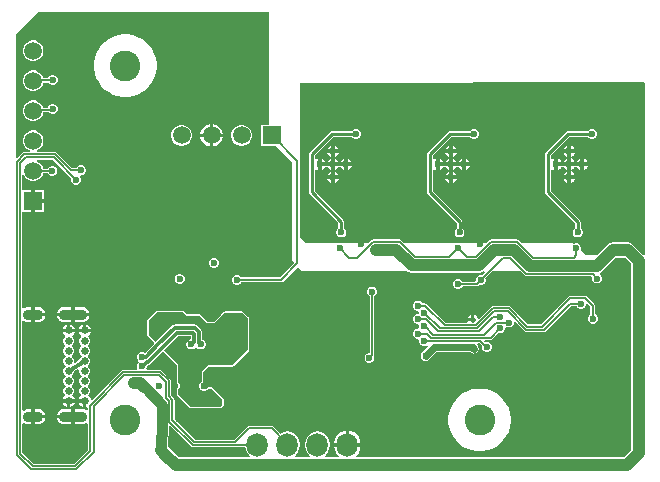
<source format=gbl>
G04*
G04 #@! TF.GenerationSoftware,Altium Limited,Altium Designer,23.7.1 (13)*
G04*
G04 Layer_Physical_Order=2*
G04 Layer_Color=16711680*
%FSLAX25Y25*%
%MOIN*%
G70*
G04*
G04 #@! TF.SameCoordinates,B06C9E69-D03D-43D7-B58E-4E52A57A25FB*
G04*
G04*
G04 #@! TF.FilePolarity,Positive*
G04*
G01*
G75*
%ADD10C,0.00984*%
%ADD12C,0.02362*%
%ADD13C,0.00787*%
%ADD17C,0.01181*%
%ADD83C,0.00512*%
%ADD86C,0.00591*%
%ADD88C,0.03937*%
%ADD90C,0.03543*%
%ADD95R,0.05906X0.05906*%
%ADD96C,0.05906*%
%ADD97C,0.02559*%
%ADD98O,0.06693X0.03543*%
%ADD99O,0.09449X0.03543*%
%ADD100O,0.07087X0.07874*%
%ADD101R,0.05906X0.05906*%
%ADD102C,0.01968*%
%ADD103C,0.10236*%
%ADD104C,0.02362*%
G36*
X47835Y98307D02*
X45315D01*
Y91457D01*
X50079D01*
X55512Y86024D01*
Y53248D01*
X56364Y52396D01*
X51603Y47635D01*
X38727D01*
X38705Y47689D01*
X38240Y48154D01*
X37632Y48406D01*
X36974D01*
X36367Y48154D01*
X35901Y47689D01*
X35650Y47081D01*
Y46423D01*
X35901Y45815D01*
X36367Y45350D01*
X36974Y45098D01*
X37632D01*
X38240Y45350D01*
X38705Y45815D01*
X38727Y45869D01*
X51968D01*
X52306Y45936D01*
X52593Y46128D01*
X57613Y51147D01*
X58957Y49803D01*
X93730D01*
X94520Y49275D01*
X95473Y49086D01*
X117950D01*
X118903Y49275D01*
X119429Y49627D01*
X119614Y49580D01*
X119766Y49025D01*
X118985Y48244D01*
X118833Y48307D01*
X118175D01*
X117567Y48055D01*
X117102Y47590D01*
X116850Y46982D01*
Y46325D01*
X116395Y46117D01*
X112407D01*
X112327Y46311D01*
X111862Y46776D01*
X111254Y47028D01*
X110596D01*
X109989Y46776D01*
X109523Y46311D01*
X109272Y45703D01*
Y45045D01*
X109523Y44437D01*
X109989Y43972D01*
X110596Y43720D01*
X111254D01*
X111862Y43972D01*
X112327Y44437D01*
X112407Y44631D01*
X117224D01*
X117509Y44688D01*
X117750Y44849D01*
X117981Y45080D01*
X118175Y45000D01*
X118833D01*
X119441Y45252D01*
X119906Y45717D01*
X120158Y46325D01*
Y46982D01*
X120060Y47218D01*
X122645Y49803D01*
X131455D01*
X133102Y48156D01*
X133343Y47995D01*
X133627Y47938D01*
X155327D01*
X155651Y47526D01*
X155630Y47475D01*
Y46817D01*
X155882Y46209D01*
X156347Y45744D01*
X156955Y45492D01*
X157612D01*
X158220Y45744D01*
X158685Y46209D01*
X158937Y46817D01*
Y47475D01*
X158685Y48082D01*
X158220Y48548D01*
X158138Y48581D01*
X158105Y48845D01*
X158140Y49122D01*
X158883Y49618D01*
X163103Y53839D01*
X166756D01*
X168692Y51902D01*
Y-9973D01*
X166272Y-12393D01*
X77084D01*
X76923Y-11920D01*
X77144Y-11750D01*
X77838Y-10846D01*
X78274Y-9792D01*
X78397Y-8858D01*
X74055D01*
X69713D01*
X69836Y-9792D01*
X70272Y-10846D01*
X70966Y-11750D01*
X71187Y-11920D01*
X71027Y-12393D01*
X66610D01*
X66440Y-11893D01*
X66919Y-11525D01*
X67563Y-10687D01*
X67967Y-9710D01*
X68106Y-8661D01*
Y-7874D01*
X67967Y-6826D01*
X67563Y-5849D01*
X66919Y-5010D01*
X66080Y-4366D01*
X65103Y-3962D01*
X64055Y-3824D01*
X63007Y-3962D01*
X62030Y-4366D01*
X61191Y-5010D01*
X60547Y-5849D01*
X60143Y-6826D01*
X60005Y-7874D01*
Y-8661D01*
X60143Y-9710D01*
X60547Y-10687D01*
X61191Y-11525D01*
X61670Y-11893D01*
X61500Y-12393D01*
X56610D01*
X56440Y-11893D01*
X56919Y-11525D01*
X57563Y-10687D01*
X57968Y-9710D01*
X58105Y-8661D01*
Y-7874D01*
X57968Y-6826D01*
X57563Y-5849D01*
X56919Y-5010D01*
X56080Y-4366D01*
X55103Y-3962D01*
X54055Y-3824D01*
X53007Y-3962D01*
X52030Y-4366D01*
X51785Y-4554D01*
X49462Y-2231D01*
X49221Y-2070D01*
X48937Y-2013D01*
X41240D01*
X40956Y-2070D01*
X40715Y-2231D01*
X36405Y-6541D01*
X23156D01*
X16432Y184D01*
Y6643D01*
X16375Y6927D01*
X16214Y7168D01*
X15230Y8152D01*
Y13171D01*
X15173Y13455D01*
X15012Y13696D01*
X12238Y16470D01*
X11997Y16631D01*
X11713Y16688D01*
X7132D01*
X6928Y17188D01*
X7144Y17708D01*
Y17838D01*
X7603Y18298D01*
X7974Y18372D01*
X8326Y18606D01*
X12304Y22584D01*
X12658Y22938D01*
X17205Y18391D01*
Y12476D01*
X17355Y12115D01*
X17405Y12064D01*
X17579Y11644D01*
Y11190D01*
X17405Y10770D01*
X17355Y10720D01*
X17205Y10358D01*
Y8760D01*
X17355Y8398D01*
X21686Y4067D01*
X22047Y3918D01*
X31693D01*
X32054Y4067D01*
X32645Y4658D01*
X32795Y5020D01*
Y6890D01*
X32645Y7251D01*
X29200Y10696D01*
X28839Y10846D01*
X27535D01*
X27174Y10696D01*
X26926Y10449D01*
X26507Y10275D01*
X26052D01*
X25633Y10449D01*
X25311Y10770D01*
X25137Y11190D01*
Y11644D01*
X25311Y12064D01*
X25633Y12386D01*
X25688Y12409D01*
X25760Y12480D01*
X25854Y12519D01*
X25893Y12613D01*
X25965Y12685D01*
Y12787D01*
X26004Y12881D01*
Y15930D01*
X27771Y17697D01*
X35728D01*
X36090Y17847D01*
X41208Y22965D01*
X41358Y23327D01*
Y33858D01*
X41208Y34220D01*
X41040Y34290D01*
X39239Y36090D01*
X38878Y36240D01*
X33169D01*
X32808Y36090D01*
X32302Y35584D01*
X32233Y35555D01*
X31767Y35090D01*
X31739Y35021D01*
X29513Y32795D01*
X27574D01*
X25362Y35007D01*
X25000Y35157D01*
X20586D01*
X19456Y36287D01*
X19094Y36437D01*
X10630D01*
X10268Y36287D01*
X7848Y33867D01*
X7512Y33728D01*
X7363Y33366D01*
Y28445D01*
X7512Y28083D01*
X9519Y26077D01*
X9519Y25370D01*
X6448Y22299D01*
X6427Y22320D01*
X5819Y22572D01*
X5161D01*
X4553Y22320D01*
X4088Y21855D01*
X3837Y21247D01*
Y20590D01*
X4088Y19982D01*
X4266Y19805D01*
X4523Y19478D01*
X4266Y19151D01*
X4088Y18974D01*
X3837Y18366D01*
Y17708D01*
X4052Y17188D01*
X3848Y16688D01*
X-703D01*
X-987Y16631D01*
X-1228Y16470D01*
X-11014Y6684D01*
X-11512Y6894D01*
X-11791Y7569D01*
X-12190Y7967D01*
X-12372Y8150D01*
X-12193Y8617D01*
X-12058Y8752D01*
X-11791Y9396D01*
Y10093D01*
X-12058Y10736D01*
X-12434Y11112D01*
X-12506Y11417D01*
X-12434Y11722D01*
X-12058Y12098D01*
X-11791Y12742D01*
Y13439D01*
X-12058Y14083D01*
X-12434Y14459D01*
X-12506Y14764D01*
X-12434Y15069D01*
X-12058Y15445D01*
X-11791Y16089D01*
Y16785D01*
X-12058Y17429D01*
X-12434Y17805D01*
X-12506Y18110D01*
X-12434Y18415D01*
X-12058Y18791D01*
X-11791Y19435D01*
Y20132D01*
X-12058Y20776D01*
X-12434Y21152D01*
X-12506Y21457D01*
X-12434Y21761D01*
X-12058Y22138D01*
X-11791Y22781D01*
Y23478D01*
X-12058Y24122D01*
X-12434Y24498D01*
X-12506Y24803D01*
X-12434Y25108D01*
X-12058Y25484D01*
X-11791Y26128D01*
Y26825D01*
X-12058Y27469D01*
X-12193Y27604D01*
X-12372Y28071D01*
X-12190Y28253D01*
X-11791Y28652D01*
X-11551Y29232D01*
X-13543D01*
X-15536D01*
X-15296Y28652D01*
X-14897Y28253D01*
X-14714Y28071D01*
X-14894Y27604D01*
X-15029Y27469D01*
X-15295Y26825D01*
Y26128D01*
X-15029Y25484D01*
X-14653Y25108D01*
X-14580Y24803D01*
X-14653Y24498D01*
X-15029Y24122D01*
X-15295Y23478D01*
Y22781D01*
X-15029Y22138D01*
X-14653Y21761D01*
X-14580Y21457D01*
X-14653Y21152D01*
X-15029Y20776D01*
X-15295Y20132D01*
Y19961D01*
X-16718Y19065D01*
X-17119Y19403D01*
X-17106Y19435D01*
Y20132D01*
X-17373Y20776D01*
X-17749Y21152D01*
X-17821Y21457D01*
X-17749Y21761D01*
X-17373Y22138D01*
X-17106Y22781D01*
Y23478D01*
X-17373Y24122D01*
X-17749Y24498D01*
X-17821Y24803D01*
X-17749Y25108D01*
X-17373Y25484D01*
X-17106Y26128D01*
Y26825D01*
X-17373Y27469D01*
X-17508Y27604D01*
X-17687Y28071D01*
X-17504Y28253D01*
X-17106Y28652D01*
X-16866Y29232D01*
X-18858D01*
X-20851D01*
X-20610Y28652D01*
X-20212Y28253D01*
X-20029Y28071D01*
X-20209Y27604D01*
X-20344Y27469D01*
X-20610Y26825D01*
Y26128D01*
X-20344Y25484D01*
X-19967Y25108D01*
X-19895Y24803D01*
X-19967Y24498D01*
X-20344Y24122D01*
X-20610Y23478D01*
Y22781D01*
X-20344Y22138D01*
X-19967Y21761D01*
X-19895Y21457D01*
X-19967Y21152D01*
X-20344Y20776D01*
X-20610Y20132D01*
Y19435D01*
X-20344Y18791D01*
X-19967Y18415D01*
X-19895Y18110D01*
X-19967Y17805D01*
X-20344Y17429D01*
X-20610Y16785D01*
Y16089D01*
X-20344Y15445D01*
X-19967Y15069D01*
X-19895Y14764D01*
X-19967Y14459D01*
X-20344Y14083D01*
X-20610Y13439D01*
Y12742D01*
X-20344Y12098D01*
X-19967Y11722D01*
X-19895Y11417D01*
X-19967Y11112D01*
X-20344Y10736D01*
X-20610Y10093D01*
Y9396D01*
X-20344Y8752D01*
X-20209Y8617D01*
X-20029Y8150D01*
X-20212Y7967D01*
X-20610Y7568D01*
X-20851Y6988D01*
X-18858D01*
X-16866D01*
X-17106Y7568D01*
X-17504Y7967D01*
X-17687Y8150D01*
X-17508Y8617D01*
X-17373Y8752D01*
X-17106Y9396D01*
Y10093D01*
X-17373Y10736D01*
X-17749Y11112D01*
X-17821Y11417D01*
X-17749Y11722D01*
X-17373Y12098D01*
X-17106Y12742D01*
Y13439D01*
X-17373Y14083D01*
X-17749Y14459D01*
X-17821Y14764D01*
X-17749Y15069D01*
X-17373Y15445D01*
X-17106Y16089D01*
Y16259D01*
X-15683Y17155D01*
X-15282Y16817D01*
X-15295Y16785D01*
Y16089D01*
X-15029Y15445D01*
X-14653Y15069D01*
X-14580Y14764D01*
X-14653Y14459D01*
X-15029Y14083D01*
X-15295Y13439D01*
Y12742D01*
X-15029Y12098D01*
X-14653Y11722D01*
X-14580Y11417D01*
X-14653Y11112D01*
X-15029Y10736D01*
X-15295Y10093D01*
Y9396D01*
X-15029Y8752D01*
X-14894Y8617D01*
X-14714Y8150D01*
X-14897Y7967D01*
X-15296Y7569D01*
X-15536Y6988D01*
X-13543D01*
Y6398D01*
X-12953D01*
Y4402D01*
X-12455Y4070D01*
Y3409D01*
X-12955Y3162D01*
X-13158Y3318D01*
X-13781Y3576D01*
X-14449Y3664D01*
X-16811D01*
Y1083D01*
Y-1498D01*
X-14449D01*
X-13781Y-1410D01*
X-13158Y-1153D01*
X-12955Y-997D01*
X-12455Y-1243D01*
Y-9929D01*
X-17177Y-14650D01*
X-30559D01*
X-34336Y-10874D01*
Y-1199D01*
X-33836Y-952D01*
X-33574Y-1153D01*
X-32952Y-1410D01*
X-32283Y-1498D01*
X-31299D01*
Y1083D01*
Y3664D01*
X-32283D01*
X-32952Y3576D01*
X-33574Y3318D01*
X-33836Y3117D01*
X-34336Y3364D01*
Y32857D01*
X-33836Y33103D01*
X-33574Y32903D01*
X-32952Y32645D01*
X-32283Y32557D01*
X-31299D01*
Y35138D01*
Y37719D01*
X-32283D01*
X-32952Y37631D01*
X-33574Y37373D01*
X-33836Y37172D01*
X-34336Y37419D01*
Y69331D01*
X-31299D01*
Y73071D01*
Y76811D01*
X-34336D01*
Y81514D01*
X-33836Y81636D01*
X-33450Y80968D01*
X-32812Y80330D01*
X-32031Y79879D01*
X-31160Y79646D01*
X-30258D01*
X-29387Y79879D01*
X-28605Y80330D01*
X-27968Y80968D01*
X-27517Y81749D01*
X-27362Y82328D01*
X-25793D01*
X-25713Y82134D01*
X-25248Y81669D01*
X-24640Y81417D01*
X-23982D01*
X-23374Y81669D01*
X-22909Y82134D01*
X-22658Y82742D01*
Y83400D01*
X-22909Y84008D01*
X-23374Y84473D01*
X-23982Y84724D01*
X-24640D01*
X-25248Y84473D01*
X-25713Y84008D01*
X-25793Y83814D01*
X-27362D01*
X-27517Y84393D01*
X-27968Y85174D01*
X-28605Y85812D01*
X-29387Y86263D01*
X-29512Y86296D01*
X-29446Y86796D01*
X-24165D01*
X-18010Y80641D01*
X-18090Y80447D01*
Y79789D01*
X-17839Y79181D01*
X-17374Y78716D01*
X-16766Y78465D01*
X-16108D01*
X-15500Y78716D01*
X-15035Y79181D01*
X-14784Y79789D01*
Y80447D01*
X-15019Y81016D01*
X-14947Y81219D01*
X-14789Y81516D01*
X-14435D01*
X-13827Y81767D01*
X-13362Y82233D01*
X-13110Y82840D01*
Y83498D01*
X-13362Y84106D01*
X-13827Y84571D01*
X-14435Y84823D01*
X-15093D01*
X-15700Y84571D01*
X-16166Y84106D01*
X-16246Y83912D01*
X-17704D01*
X-22900Y89108D01*
X-23141Y89269D01*
X-23425Y89325D01*
X-29522D01*
X-29587Y89825D01*
X-29387Y89879D01*
X-28605Y90330D01*
X-27968Y90968D01*
X-27517Y91749D01*
X-27283Y92620D01*
Y93522D01*
X-27517Y94393D01*
X-27968Y95174D01*
X-28605Y95812D01*
X-29387Y96263D01*
X-30258Y96496D01*
X-31160D01*
X-32031Y96263D01*
X-32812Y95812D01*
X-33450Y95174D01*
X-33900Y94393D01*
X-34134Y93522D01*
Y92620D01*
X-33900Y91749D01*
X-33450Y90968D01*
X-32812Y90330D01*
X-32031Y89879D01*
X-31830Y89825D01*
X-31896Y89325D01*
X-33661D01*
X-33946Y89269D01*
X-34187Y89108D01*
X-36057Y87238D01*
X-36518Y87429D01*
Y128768D01*
X-29162Y136125D01*
X47835D01*
Y98307D01*
D02*
G37*
G36*
X173133Y112243D02*
X173133Y55119D01*
X173130Y55118D01*
X172516D01*
X169181Y58453D01*
X168374Y58992D01*
X167421Y59182D01*
X162438D01*
X161486Y58992D01*
X160678Y58453D01*
X157344Y55118D01*
X153248D01*
X151816Y56550D01*
X151941Y56852D01*
Y57510D01*
X151689Y58118D01*
X151224Y58583D01*
X150616Y58835D01*
X149959D01*
X149656Y58710D01*
X149315Y59051D01*
X132047D01*
X131116Y59983D01*
X130862Y60152D01*
X130562Y60212D01*
X121935D01*
X121635Y60152D01*
X121381Y59983D01*
X121381Y59983D01*
X120450Y59051D01*
X92973D01*
X92041Y59983D01*
X91787Y60152D01*
X91488Y60212D01*
X82565D01*
X82265Y60152D01*
X82011Y59983D01*
X81080Y59051D01*
X60228D01*
X58265Y61014D01*
Y86240D01*
X58260Y86266D01*
Y112299D01*
X172779Y112596D01*
X173133Y112243D01*
D02*
G37*
G36*
X20374Y34646D02*
X25000D01*
X27362Y32283D01*
X29724D01*
X33169Y35728D01*
X38878D01*
X40748Y33858D01*
X40846D01*
Y23327D01*
X35728Y18209D01*
X27559D01*
X25492Y16142D01*
Y12881D01*
X25343Y12819D01*
X24878Y12354D01*
X24626Y11746D01*
Y11088D01*
X24878Y10481D01*
X25343Y10016D01*
X25951Y9764D01*
X26608D01*
X27216Y10016D01*
X27535Y10335D01*
X28839D01*
X32283Y6890D01*
Y5020D01*
X31693Y4429D01*
X22047D01*
X17717Y8760D01*
Y10358D01*
X17839Y10481D01*
X18090Y11088D01*
Y11746D01*
X17839Y12354D01*
X17717Y12476D01*
Y18602D01*
X13019Y23300D01*
X13393Y23674D01*
X13393Y23674D01*
X13393Y23674D01*
X17671Y27952D01*
X21751D01*
Y26850D01*
X21718D01*
X21111Y26599D01*
X20645Y26133D01*
X20394Y25526D01*
Y24868D01*
X20645Y24260D01*
X21111Y23795D01*
X21718Y23543D01*
X22376D01*
X22984Y23795D01*
X23311Y24122D01*
X23622Y24211D01*
X23933Y24122D01*
X24260Y23795D01*
X24868Y23543D01*
X25526D01*
X26133Y23795D01*
X26599Y24260D01*
X26850Y24868D01*
Y25526D01*
X26599Y26133D01*
X26133Y26599D01*
X25690Y26782D01*
Y29376D01*
X25608Y29790D01*
X25373Y30142D01*
X23941Y31574D01*
X23589Y31808D01*
X23175Y31891D01*
X16488D01*
X16074Y31808D01*
X15722Y31574D01*
X15722Y31573D01*
X10234Y26085D01*
X7874Y28445D01*
Y33366D01*
X8071D01*
X10630Y35925D01*
X19094D01*
X20374Y34646D01*
D02*
G37*
G36*
X21916Y-8793D02*
X22157Y-8954D01*
X22441Y-9010D01*
X40051D01*
X40143Y-9710D01*
X40547Y-10687D01*
X41191Y-11525D01*
X41670Y-11893D01*
X41500Y-12393D01*
X17783D01*
X14198Y-8808D01*
Y-6112D01*
X14319Y-5931D01*
X14493Y-5055D01*
X14493Y-5055D01*
Y-2023D01*
X14955Y-1832D01*
X21916Y-8793D01*
D02*
G37*
%LPC*%
G36*
X-30258Y126496D02*
X-31160D01*
X-32031Y126263D01*
X-32812Y125812D01*
X-33450Y125174D01*
X-33900Y124393D01*
X-34134Y123522D01*
Y122620D01*
X-33900Y121749D01*
X-33450Y120968D01*
X-32812Y120330D01*
X-32031Y119879D01*
X-31160Y119646D01*
X-30258D01*
X-29387Y119879D01*
X-28605Y120330D01*
X-27968Y120968D01*
X-27517Y121749D01*
X-27283Y122620D01*
Y123522D01*
X-27517Y124393D01*
X-27968Y125174D01*
X-28605Y125812D01*
X-29387Y126263D01*
X-30258Y126496D01*
D02*
G37*
G36*
Y116496D02*
X-31160D01*
X-32031Y116263D01*
X-32812Y115812D01*
X-33450Y115174D01*
X-33900Y114393D01*
X-34134Y113522D01*
Y112620D01*
X-33900Y111749D01*
X-33450Y110968D01*
X-32812Y110330D01*
X-32031Y109879D01*
X-31160Y109646D01*
X-30258D01*
X-29387Y109879D01*
X-28605Y110330D01*
X-27968Y110968D01*
X-27517Y111749D01*
X-27333Y112436D01*
X-25650D01*
X-25614Y112351D01*
X-25149Y111886D01*
X-24542Y111634D01*
X-23884D01*
X-23276Y111886D01*
X-22811Y112351D01*
X-22559Y112959D01*
Y113616D01*
X-22811Y114224D01*
X-23276Y114689D01*
X-23884Y114941D01*
X-24542D01*
X-25149Y114689D01*
X-25614Y114224D01*
X-25740Y113922D01*
X-27391D01*
X-27517Y114393D01*
X-27968Y115174D01*
X-28605Y115812D01*
X-29387Y116263D01*
X-30258Y116496D01*
D02*
G37*
G36*
X821Y128543D02*
X-821D01*
X-2443Y128286D01*
X-4005Y127779D01*
X-5468Y127033D01*
X-6797Y126068D01*
X-7958Y124907D01*
X-8923Y123578D01*
X-9669Y122115D01*
X-10176Y120553D01*
X-10433Y118931D01*
Y117289D01*
X-10176Y115667D01*
X-9669Y114105D01*
X-8923Y112642D01*
X-7958Y111314D01*
X-6797Y110152D01*
X-5468Y109187D01*
X-4005Y108441D01*
X-2443Y107934D01*
X-821Y107677D01*
X821D01*
X2443Y107934D01*
X4005Y108441D01*
X5468Y109187D01*
X6797Y110152D01*
X7958Y111314D01*
X8923Y112642D01*
X9669Y114105D01*
X10176Y115667D01*
X10433Y117289D01*
Y118931D01*
X10176Y120553D01*
X9669Y122115D01*
X8923Y123578D01*
X7958Y124907D01*
X6797Y126068D01*
X5468Y127033D01*
X4005Y127779D01*
X2443Y128286D01*
X821Y128543D01*
D02*
G37*
G36*
X-30258Y106496D02*
X-31160D01*
X-32031Y106263D01*
X-32812Y105812D01*
X-33450Y105174D01*
X-33900Y104393D01*
X-34134Y103522D01*
Y102620D01*
X-33900Y101749D01*
X-33450Y100968D01*
X-32812Y100330D01*
X-32031Y99879D01*
X-31160Y99646D01*
X-30258D01*
X-29387Y99879D01*
X-28605Y100330D01*
X-27968Y100968D01*
X-27517Y101749D01*
X-27285Y102614D01*
X-25523D01*
X-25149Y102240D01*
X-24542Y101988D01*
X-23884D01*
X-23276Y102240D01*
X-22811Y102705D01*
X-22559Y103313D01*
Y103971D01*
X-22811Y104578D01*
X-23276Y105043D01*
X-23884Y105295D01*
X-24542D01*
X-25149Y105043D01*
X-25614Y104578D01*
X-25813Y104099D01*
X-27438D01*
X-27517Y104393D01*
X-27968Y105174D01*
X-28605Y105812D01*
X-29387Y106263D01*
X-30258Y106496D01*
D02*
G37*
G36*
X29331Y98596D02*
Y95472D01*
X32454D01*
X32225Y96325D01*
X31733Y97178D01*
X31037Y97875D01*
X30184Y98367D01*
X29331Y98596D01*
D02*
G37*
G36*
X28150D02*
X27297Y98367D01*
X26444Y97875D01*
X25747Y97178D01*
X25255Y96325D01*
X25026Y95472D01*
X28150D01*
Y98596D01*
D02*
G37*
G36*
X39191Y98307D02*
X38289D01*
X37418Y98074D01*
X36637Y97623D01*
X35999Y96985D01*
X35548Y96204D01*
X35315Y95333D01*
Y94431D01*
X35548Y93560D01*
X35999Y92779D01*
X36637Y92141D01*
X37418Y91690D01*
X38289Y91457D01*
X39191D01*
X40062Y91690D01*
X40843Y92141D01*
X41481Y92779D01*
X41932Y93560D01*
X42165Y94431D01*
Y95333D01*
X41932Y96204D01*
X41481Y96985D01*
X40843Y97623D01*
X40062Y98074D01*
X39191Y98307D01*
D02*
G37*
G36*
X19191D02*
X18289D01*
X17418Y98074D01*
X16637Y97623D01*
X15999Y96985D01*
X15548Y96204D01*
X15315Y95333D01*
Y94431D01*
X15548Y93560D01*
X15999Y92779D01*
X16637Y92141D01*
X17418Y91690D01*
X18289Y91457D01*
X19191D01*
X20062Y91690D01*
X20843Y92141D01*
X21481Y92779D01*
X21932Y93560D01*
X22165Y94431D01*
Y95333D01*
X21932Y96204D01*
X21481Y96985D01*
X20843Y97623D01*
X20062Y98074D01*
X19191Y98307D01*
D02*
G37*
G36*
X32454Y94291D02*
X29331D01*
Y91168D01*
X30184Y91397D01*
X31037Y91889D01*
X31733Y92585D01*
X32225Y93438D01*
X32454Y94291D01*
D02*
G37*
G36*
X28150D02*
X25026D01*
X25255Y93438D01*
X25747Y92585D01*
X26444Y91889D01*
X27297Y91397D01*
X28150Y91168D01*
Y94291D01*
D02*
G37*
G36*
X-26969Y76811D02*
X-30118D01*
Y73661D01*
X-26969D01*
Y76811D01*
D02*
G37*
G36*
Y72480D02*
X-30118D01*
Y69331D01*
X-26969D01*
Y72480D01*
D02*
G37*
G36*
X29994Y53954D02*
X29336D01*
X28728Y53703D01*
X28263Y53237D01*
X28011Y52630D01*
Y51972D01*
X28263Y51364D01*
X28728Y50899D01*
X29336Y50647D01*
X29994D01*
X30601Y50899D01*
X31066Y51364D01*
X31318Y51972D01*
Y52630D01*
X31066Y53237D01*
X30601Y53703D01*
X29994Y53954D01*
D02*
G37*
G36*
X18459Y48701D02*
X17801D01*
X17193Y48449D01*
X16728Y47984D01*
X16476Y47376D01*
Y46718D01*
X16728Y46111D01*
X17193Y45645D01*
X17801Y45394D01*
X18459D01*
X19067Y45645D01*
X19532Y46111D01*
X19783Y46718D01*
Y47376D01*
X19532Y47984D01*
X19067Y48449D01*
X18459Y48701D01*
D02*
G37*
G36*
X-14449Y37719D02*
X-16811D01*
Y35728D01*
X-11945D01*
X-11956Y35806D01*
X-12213Y36428D01*
X-12624Y36963D01*
X-13158Y37373D01*
X-13781Y37631D01*
X-14449Y37719D01*
D02*
G37*
G36*
X-17992D02*
X-20354D01*
X-21022Y37631D01*
X-21645Y37373D01*
X-22179Y36963D01*
X-22590Y36428D01*
X-22848Y35806D01*
X-22858Y35728D01*
X-17992D01*
Y37719D01*
D02*
G37*
G36*
X-29134D02*
X-30118D01*
Y35728D01*
X-26630D01*
X-26641Y35806D01*
X-26899Y36428D01*
X-27309Y36963D01*
X-27843Y37373D01*
X-28466Y37631D01*
X-29134Y37719D01*
D02*
G37*
G36*
X115157Y35138D02*
X114744Y34966D01*
X114246Y34468D01*
X114075Y34055D01*
X115157D01*
Y35138D01*
D02*
G37*
G36*
X-11945Y34547D02*
X-16811D01*
Y32557D01*
X-14449D01*
X-13781Y32645D01*
X-13158Y32903D01*
X-12624Y33313D01*
X-12213Y33847D01*
X-11956Y34470D01*
X-11945Y34547D01*
D02*
G37*
G36*
X-17992D02*
X-22858D01*
X-22848Y34470D01*
X-22590Y33847D01*
X-22179Y33313D01*
X-21645Y32903D01*
X-21022Y32645D01*
X-20354Y32557D01*
X-17992D01*
Y34547D01*
D02*
G37*
G36*
X-26630D02*
X-30118D01*
Y32557D01*
X-29134D01*
X-28466Y32645D01*
X-27843Y32903D01*
X-27309Y33313D01*
X-26899Y33847D01*
X-26641Y34470D01*
X-26630Y34547D01*
D02*
G37*
G36*
X153248Y41392D02*
X148327D01*
X148043Y41336D01*
X147802Y41175D01*
X138472Y31845D01*
X134377D01*
X128354Y37868D01*
X128113Y38029D01*
X127829Y38085D01*
X122663D01*
X122379Y38029D01*
X122138Y37868D01*
X117982Y33711D01*
X117479Y33915D01*
X117250Y34468D01*
X116752Y34966D01*
X116339Y35138D01*
Y33465D01*
X115748D01*
Y32874D01*
X114075D01*
X114090Y32837D01*
X113756Y32337D01*
X106804D01*
X100525Y38616D01*
X100284Y38777D01*
X100000Y38833D01*
X99022D01*
X98941Y39027D01*
X98476Y39492D01*
X97868Y39744D01*
X97211D01*
X96603Y39492D01*
X96138Y39027D01*
X95886Y38419D01*
Y37762D01*
X96138Y37154D01*
X96603Y36689D01*
X97211Y36437D01*
X97610D01*
X97959Y35975D01*
X97953Y35959D01*
Y35777D01*
X97868Y35315D01*
X97211Y35315D01*
X96603Y35063D01*
X96138Y34598D01*
X95886Y33990D01*
Y33332D01*
X96138Y32725D01*
X96603Y32260D01*
X97211Y32008D01*
X97610D01*
X97959Y31546D01*
X97953Y31530D01*
Y30918D01*
X97940Y30858D01*
X97584Y30457D01*
X97199D01*
X96591Y30205D01*
X96126Y29740D01*
X95874Y29132D01*
Y28474D01*
X96126Y27866D01*
X96591Y27401D01*
X97199Y27149D01*
X97668D01*
X97988Y26775D01*
X98018Y26687D01*
X97989Y26617D01*
Y25959D01*
X98241Y25351D01*
X98706Y24886D01*
X99314Y24634D01*
X99972D01*
X100579Y24886D01*
X100857Y24501D01*
X98906Y22550D01*
X98814Y22412D01*
X98697Y22295D01*
X98633Y22141D01*
X98541Y22004D01*
X98508Y21841D01*
X98445Y21687D01*
Y21521D01*
X98413Y21358D01*
X98445Y21195D01*
Y21029D01*
X98508Y20876D01*
X98541Y20713D01*
X98633Y20575D01*
X98697Y20422D01*
X98814Y20304D01*
X98906Y20166D01*
X99044Y20074D01*
X99162Y19956D01*
X99315Y19893D01*
X99453Y19801D01*
X99616Y19768D01*
X99770Y19705D01*
X99936D01*
X100098Y19672D01*
X100261Y19705D01*
X100427D01*
X100581Y19768D01*
X100744Y19801D01*
X100882Y19893D01*
X101035Y19956D01*
X101153Y20074D01*
X101291Y20166D01*
X103651Y22527D01*
X115095D01*
X115205Y22417D01*
X115358Y22354D01*
X115497Y22261D01*
X115659Y22229D01*
X115813Y22165D01*
X115979D01*
X116142Y22133D01*
X116305Y22165D01*
X116471D01*
X116624Y22229D01*
X116787Y22261D01*
X116925Y22354D01*
X117078Y22417D01*
X117196Y22535D01*
X117334Y22627D01*
X117426Y22765D01*
X117543Y22882D01*
X117607Y23036D01*
X117699Y23174D01*
X117732Y23337D01*
X117795Y23490D01*
Y23656D01*
X117828Y23819D01*
X117795Y23982D01*
Y24148D01*
X117732Y24301D01*
X117699Y24464D01*
X117607Y24602D01*
X117543Y24756D01*
X117426Y24873D01*
X117334Y25011D01*
X117299Y25045D01*
X117507Y25545D01*
X118089D01*
X118876Y24759D01*
X118819Y24620D01*
Y23962D01*
X119071Y23355D01*
X119536Y22889D01*
X120143Y22638D01*
X120801D01*
X121409Y22889D01*
X121874Y23355D01*
X122126Y23962D01*
Y24620D01*
X121874Y25228D01*
X121409Y25693D01*
X120801Y25945D01*
X120143D01*
X119894Y25841D01*
X119558Y26177D01*
X119749Y26639D01*
X121870D01*
X122154Y26696D01*
X122395Y26857D01*
X124477Y28939D01*
X124671Y28858D01*
X125329D01*
X125937Y29110D01*
X126402Y29575D01*
X126654Y30183D01*
Y30688D01*
X126655Y30691D01*
X127025Y30966D01*
X127115Y30997D01*
X127525Y30827D01*
X128183D01*
X128791Y31078D01*
X129256Y31544D01*
X129508Y32151D01*
Y32514D01*
X130008Y32721D01*
X133136Y29593D01*
X133377Y29432D01*
X133661Y29375D01*
X139665D01*
X139950Y29432D01*
X140190Y29593D01*
X148438Y37840D01*
X150486D01*
X150567Y37646D01*
X151032Y37181D01*
X151640Y36929D01*
X152297D01*
X152905Y37181D01*
X153370Y37646D01*
X153622Y38254D01*
Y38518D01*
X154122Y38725D01*
X155064Y37783D01*
Y35242D01*
X154870Y35162D01*
X154405Y34696D01*
X154154Y34089D01*
Y33431D01*
X154405Y32823D01*
X154870Y32358D01*
X155478Y32106D01*
X156136D01*
X156744Y32358D01*
X157209Y32823D01*
X157461Y33431D01*
Y34089D01*
X157209Y34696D01*
X156744Y35162D01*
X156550Y35242D01*
Y38091D01*
X156493Y38375D01*
X156332Y38616D01*
X153773Y41175D01*
X153532Y41336D01*
X153485Y41345D01*
X153248Y41392D01*
D02*
G37*
G36*
X-18268Y31815D02*
Y30413D01*
X-16866D01*
X-17106Y30994D01*
X-17687Y31575D01*
X-18268Y31815D01*
D02*
G37*
G36*
X-19449D02*
X-20029Y31575D01*
X-20610Y30994D01*
X-20851Y30413D01*
X-19449D01*
Y31815D01*
D02*
G37*
G36*
X-12953Y31815D02*
Y30413D01*
X-11551D01*
X-11791Y30994D01*
X-12372Y31575D01*
X-12953Y31815D01*
D02*
G37*
G36*
X-14134Y31815D02*
X-14714Y31575D01*
X-15296Y30994D01*
X-15536Y30413D01*
X-14134D01*
Y31815D01*
D02*
G37*
G36*
X82612Y44469D02*
X81954D01*
X81347Y44217D01*
X80882Y43752D01*
X80630Y43144D01*
Y42486D01*
X80882Y41878D01*
X81347Y41413D01*
X81541Y41333D01*
Y22323D01*
X81069D01*
X80461Y22071D01*
X79996Y21606D01*
X79744Y20998D01*
Y20340D01*
X79996Y19733D01*
X80461Y19267D01*
X81069Y19016D01*
X81726D01*
X82334Y19267D01*
X82799Y19733D01*
X83051Y20340D01*
Y20998D01*
X82950Y21242D01*
X82969Y21271D01*
X83026Y21555D01*
Y41333D01*
X83220Y41413D01*
X83685Y41878D01*
X83937Y42486D01*
Y43144D01*
X83685Y43752D01*
X83220Y44217D01*
X82612Y44469D01*
D02*
G37*
G36*
X-14134Y5807D02*
X-15536D01*
X-15296Y5227D01*
X-14714Y4645D01*
X-14134Y4405D01*
Y5807D01*
D02*
G37*
G36*
X-16866Y5807D02*
X-18268D01*
Y4405D01*
X-17687Y4645D01*
X-17106Y5227D01*
X-16866Y5807D01*
D02*
G37*
G36*
X-19449D02*
X-20851D01*
X-20610Y5227D01*
X-20029Y4645D01*
X-19449Y4405D01*
Y5807D01*
D02*
G37*
G36*
X-17992Y3664D02*
X-20354D01*
X-21022Y3576D01*
X-21645Y3318D01*
X-22179Y2908D01*
X-22590Y2373D01*
X-22848Y1751D01*
X-22858Y1673D01*
X-17992D01*
Y3664D01*
D02*
G37*
G36*
X-29134D02*
X-30118D01*
Y1673D01*
X-26630D01*
X-26641Y1751D01*
X-26899Y2373D01*
X-27309Y2908D01*
X-27843Y3318D01*
X-28466Y3576D01*
X-29134Y3664D01*
D02*
G37*
G36*
X-17992Y492D02*
X-22858D01*
X-22848Y415D01*
X-22590Y-208D01*
X-22179Y-742D01*
X-21645Y-1153D01*
X-21022Y-1410D01*
X-20354Y-1498D01*
X-17992D01*
Y492D01*
D02*
G37*
G36*
X-26630D02*
X-30118D01*
Y-1498D01*
X-29134D01*
X-28466Y-1410D01*
X-27843Y-1153D01*
X-27309Y-742D01*
X-26899Y-208D01*
X-26641Y415D01*
X-26630Y492D01*
D02*
G37*
G36*
X74646Y-3584D02*
Y-7677D01*
X78397D01*
X78274Y-6743D01*
X77838Y-5690D01*
X77144Y-4785D01*
X76239Y-4091D01*
X75186Y-3655D01*
X74646Y-3584D01*
D02*
G37*
G36*
X73465D02*
X72925Y-3655D01*
X71871Y-4091D01*
X70966Y-4785D01*
X70272Y-5690D01*
X69836Y-6743D01*
X69713Y-7677D01*
X73465D01*
Y-3584D01*
D02*
G37*
G36*
X118931Y10433D02*
X117289D01*
X115667Y10176D01*
X114105Y9669D01*
X112642Y8923D01*
X111314Y7958D01*
X110152Y6797D01*
X109187Y5468D01*
X108441Y4005D01*
X107934Y2443D01*
X107677Y821D01*
Y-821D01*
X107934Y-2443D01*
X108441Y-4005D01*
X109187Y-5468D01*
X110152Y-6797D01*
X111314Y-7958D01*
X112642Y-8923D01*
X114105Y-9669D01*
X115667Y-10176D01*
X117289Y-10433D01*
X118931D01*
X120553Y-10176D01*
X122115Y-9669D01*
X123578Y-8923D01*
X124907Y-7958D01*
X126068Y-6797D01*
X127033Y-5468D01*
X127779Y-4005D01*
X128286Y-2443D01*
X128543Y-821D01*
Y821D01*
X128286Y2443D01*
X127779Y4005D01*
X127033Y5468D01*
X126068Y6797D01*
X124907Y7958D01*
X123578Y8923D01*
X122115Y9669D01*
X120553Y10176D01*
X118931Y10433D01*
D02*
G37*
G36*
X155947Y97055D02*
X155289D01*
X154681Y96803D01*
X154263Y96385D01*
X147563D01*
X147187Y96310D01*
X146868Y96097D01*
X140242Y89471D01*
X140028Y89152D01*
X139953Y88776D01*
Y75882D01*
X140028Y75506D01*
X140242Y75187D01*
X149796Y65632D01*
Y63851D01*
X149378Y63433D01*
X149126Y62825D01*
Y62167D01*
X149378Y61559D01*
X149843Y61094D01*
X150451Y60843D01*
X151108D01*
X151716Y61094D01*
X152181Y61559D01*
X152433Y62167D01*
Y62825D01*
X152181Y63433D01*
X151763Y63851D01*
Y66039D01*
X151688Y66416D01*
X151475Y66735D01*
X141920Y76289D01*
Y83486D01*
X142420Y83693D01*
X142515Y83599D01*
X143039Y83382D01*
Y85268D01*
Y87154D01*
X142515Y86936D01*
X142420Y86842D01*
X141920Y87049D01*
Y88368D01*
X147970Y94418D01*
X154263D01*
X154681Y94000D01*
X155289Y93748D01*
X155947D01*
X156555Y94000D01*
X157020Y94465D01*
X157272Y95073D01*
Y95731D01*
X157020Y96338D01*
X156555Y96803D01*
X155947Y97055D01*
D02*
G37*
G36*
X116577Y97055D02*
X115919D01*
X115311Y96803D01*
X114893Y96385D01*
X108193D01*
X107817Y96310D01*
X107498Y96097D01*
X100872Y89471D01*
X100658Y89152D01*
X100584Y88776D01*
Y75882D01*
X100658Y75506D01*
X100872Y75187D01*
X110426Y65632D01*
Y63851D01*
X110008Y63433D01*
X109756Y62825D01*
Y62167D01*
X110008Y61559D01*
X110473Y61094D01*
X111081Y60843D01*
X111738D01*
X112346Y61094D01*
X112811Y61559D01*
X113063Y62167D01*
Y62825D01*
X112811Y63433D01*
X112393Y63851D01*
Y66039D01*
X112318Y66416D01*
X112105Y66735D01*
X102550Y76289D01*
Y83486D01*
X103050Y83693D01*
X103145Y83599D01*
X103669Y83382D01*
Y85268D01*
Y87154D01*
X103145Y86936D01*
X103050Y86842D01*
X102550Y87049D01*
Y88368D01*
X108600Y94418D01*
X114893D01*
X115311Y94000D01*
X115919Y93748D01*
X116577D01*
X117185Y94000D01*
X117650Y94465D01*
X117902Y95073D01*
Y95731D01*
X117650Y96338D01*
X117185Y96803D01*
X116577Y97055D01*
D02*
G37*
G36*
X77207D02*
X76549D01*
X75941Y96803D01*
X75523Y96385D01*
X68823D01*
X68446Y96310D01*
X68127Y96097D01*
X61501Y89471D01*
X61288Y89152D01*
X61213Y88776D01*
Y75882D01*
X61288Y75506D01*
X61501Y75187D01*
X71056Y65632D01*
Y63851D01*
X70638Y63433D01*
X70386Y62825D01*
Y62167D01*
X70638Y61559D01*
X71103Y61094D01*
X71710Y60843D01*
X72368D01*
X72976Y61094D01*
X73441Y61559D01*
X73693Y62167D01*
Y62825D01*
X73441Y63433D01*
X73023Y63851D01*
Y66039D01*
X72948Y66416D01*
X72735Y66735D01*
X63180Y76289D01*
Y83486D01*
X63680Y83693D01*
X63775Y83599D01*
X64299Y83382D01*
Y85268D01*
Y87154D01*
X63775Y86936D01*
X63680Y86842D01*
X63180Y87049D01*
Y88368D01*
X69230Y94418D01*
X75523D01*
X75941Y94000D01*
X76549Y93748D01*
X77207D01*
X77815Y94000D01*
X78280Y94465D01*
X78531Y95073D01*
Y95731D01*
X78280Y96338D01*
X77815Y96803D01*
X77207Y97055D01*
D02*
G37*
G36*
X148551Y91484D02*
Y90189D01*
X149847D01*
X149629Y90714D01*
X149076Y91267D01*
X148551Y91484D01*
D02*
G37*
G36*
X109181D02*
Y90189D01*
X110477D01*
X110259Y90714D01*
X109706Y91267D01*
X109181Y91484D01*
D02*
G37*
G36*
X69811D02*
Y90189D01*
X71107D01*
X70889Y90714D01*
X70336Y91267D01*
X69811Y91484D01*
D02*
G37*
G36*
X108000Y91484D02*
X107475Y91267D01*
X107475Y91267D01*
X106922Y90714D01*
X106704Y90189D01*
X108000D01*
D01*
Y91484D01*
D02*
G37*
G36*
X68630D02*
X68105Y91267D01*
X68105Y91267D01*
X67552Y90714D01*
X67334Y90189D01*
X68630D01*
Y90714D01*
Y91484D01*
D02*
G37*
G36*
X147370Y91484D02*
X146846Y91267D01*
X146292Y90714D01*
X146074Y90189D01*
X147370D01*
Y91484D01*
D02*
G37*
G36*
X113512Y87154D02*
Y85858D01*
X114807D01*
X114590Y86383D01*
X114036Y86936D01*
X113512Y87154D01*
D02*
G37*
G36*
X74142D02*
Y85858D01*
X75437D01*
X75220Y86383D01*
X74666Y86936D01*
X74142Y87154D01*
D02*
G37*
G36*
X152882Y87154D02*
Y85858D01*
X154177D01*
X153960Y86383D01*
X153406Y86936D01*
X152882Y87154D01*
D02*
G37*
G36*
X149847Y89008D02*
X147961D01*
X146074D01*
X146292Y88483D01*
X146846Y87930D01*
X147404Y87698D01*
Y87168D01*
X146846Y86936D01*
X146292Y86383D01*
X146060Y85824D01*
X145530D01*
X145299Y86383D01*
X144745Y86936D01*
X144220Y87154D01*
Y85268D01*
Y83382D01*
X144745Y83599D01*
X145299Y84153D01*
X145530Y84711D01*
X146060D01*
X146292Y84153D01*
X146846Y83599D01*
X147404Y83368D01*
Y82837D01*
X146846Y82606D01*
X146292Y82052D01*
X146074Y81528D01*
X147961D01*
X149847D01*
X149629Y82052D01*
X149076Y82606D01*
X148517Y82837D01*
Y83368D01*
D01*
X149076Y83599D01*
X149629Y84153D01*
X149861Y84711D01*
X150391D01*
X150622Y84153D01*
X151176Y83599D01*
X151701Y83382D01*
Y85268D01*
Y87154D01*
X151176Y86936D01*
X150622Y86383D01*
X150391Y85824D01*
X149861D01*
X149629Y86383D01*
X149076Y86936D01*
X148517Y87168D01*
Y87698D01*
X149076Y87930D01*
X149629Y88483D01*
X149847Y89008D01*
D02*
G37*
G36*
X110477D02*
X108591D01*
X106704D01*
X106801Y88776D01*
X106922Y88483D01*
X107475Y87930D01*
X108034Y87698D01*
Y87168D01*
X107475Y86936D01*
X106922Y86383D01*
X106690Y85824D01*
X106160D01*
X105929Y86383D01*
X105375Y86936D01*
X104850Y87154D01*
Y85268D01*
Y83382D01*
X105375Y83599D01*
X105929Y84153D01*
X106160Y84711D01*
X106690D01*
X106922Y84153D01*
X107475Y83599D01*
X108034Y83367D01*
Y82837D01*
X107475Y82606D01*
X106922Y82052D01*
X106704Y81528D01*
X108591D01*
X110477D01*
X110259Y82052D01*
X109706Y82606D01*
X109147Y82837D01*
Y83367D01*
X109706Y83599D01*
X110259Y84153D01*
X110491Y84711D01*
X111021D01*
X111252Y84153D01*
X111806Y83599D01*
X112331Y83382D01*
Y85268D01*
Y87154D01*
X111806Y86936D01*
X111252Y86383D01*
X111021Y85824D01*
X110491D01*
X110259Y86383D01*
X109706Y86936D01*
X109147Y87168D01*
Y87698D01*
X109706Y87930D01*
X110259Y88483D01*
X110477Y89008D01*
D02*
G37*
G36*
X71107D02*
X69221D01*
X67334D01*
X67431Y88776D01*
X67552Y88483D01*
X68105Y87930D01*
X68664Y87698D01*
Y87168D01*
X68105Y86936D01*
X67552Y86383D01*
X67320Y85824D01*
X66790D01*
X66559Y86383D01*
X66005Y86936D01*
X65480Y87154D01*
Y85268D01*
Y83382D01*
X66005Y83599D01*
X66559Y84153D01*
X66790Y84711D01*
X67320D01*
X67552Y84153D01*
X68105Y83599D01*
X68664Y83367D01*
Y82837D01*
X68105Y82606D01*
X67552Y82052D01*
X67334Y81528D01*
X69221D01*
X71107D01*
X70889Y82052D01*
X70336Y82606D01*
X69777Y82837D01*
Y83367D01*
X70336Y83599D01*
X70889Y84153D01*
X71121Y84711D01*
X71651D01*
X71882Y84153D01*
X72436Y83599D01*
X72961Y83382D01*
Y85268D01*
Y87154D01*
X72436Y86936D01*
X71882Y86383D01*
X71651Y85824D01*
X71121D01*
X70889Y86383D01*
X70336Y86936D01*
X69777Y87168D01*
Y87698D01*
X70336Y87930D01*
X70889Y88483D01*
X71107Y89008D01*
D02*
G37*
G36*
X154177Y84677D02*
X152882D01*
Y83382D01*
X153406Y83599D01*
X153960Y84153D01*
X154177Y84677D01*
D02*
G37*
G36*
X114807D02*
X113512D01*
Y83382D01*
X114036Y83599D01*
X114590Y84153D01*
X114807Y84677D01*
D02*
G37*
G36*
X75437D02*
X74142D01*
Y83382D01*
X74666Y83599D01*
X75220Y84153D01*
X75437Y84677D01*
D02*
G37*
G36*
X149847Y80347D02*
X148551D01*
Y79051D01*
X149076Y79268D01*
X149629Y79822D01*
X149847Y80347D01*
D02*
G37*
G36*
X147370D02*
X146074D01*
X146292Y79822D01*
X146846Y79268D01*
X147370Y79051D01*
Y80347D01*
D02*
G37*
G36*
X108000Y80347D02*
X106704D01*
X106922Y79822D01*
X107475Y79268D01*
X108000Y79051D01*
Y80347D01*
D02*
G37*
G36*
X68630D02*
X67334D01*
X67552Y79822D01*
X68105Y79268D01*
X68630Y79051D01*
Y80347D01*
D02*
G37*
G36*
X110477D02*
X109181D01*
Y79051D01*
X109706Y79268D01*
X110259Y79822D01*
X110477Y80347D01*
D02*
G37*
G36*
X71107D02*
X69811D01*
Y79051D01*
X70336Y79268D01*
X70889Y79822D01*
X71107Y80347D01*
D02*
G37*
%LPD*%
D10*
X108193Y95402D02*
X116248D01*
X111409Y62496D02*
Y64415D01*
X101567Y75882D02*
Y88776D01*
X108193Y95402D01*
X111409Y64415D02*
Y66039D01*
X101567Y75882D02*
X111409Y66039D01*
X147563Y95402D02*
X155618D01*
X150779Y62496D02*
Y64415D01*
X140937Y75882D02*
Y88776D01*
X147563Y95402D01*
X150779Y64415D02*
Y66039D01*
X140937Y75882D02*
X150779Y66039D01*
X72039Y64415D02*
Y66039D01*
Y62496D02*
Y64415D01*
X62197Y75882D02*
X72039Y66039D01*
X68823Y95402D02*
X76878D01*
X62197Y88776D02*
X68823Y95402D01*
X62197Y75882D02*
Y88776D01*
D12*
X100098Y21358D02*
X102953Y24213D01*
X115748D02*
X116142Y23819D01*
X102953Y24213D02*
X115748D01*
D13*
X37303Y46752D02*
X51968D01*
X57382Y52165D01*
X48740Y94882D02*
X57382Y86240D01*
Y52165D02*
Y86240D01*
D17*
X112795Y21378D02*
X114961Y19213D01*
Y15256D02*
Y19213D01*
X24606Y25787D02*
Y29376D01*
X23175Y30807D02*
X24606Y29376D01*
X10855Y25174D02*
X16488Y30807D01*
X22835Y25984D02*
Y28642D01*
X22441Y29035D02*
X22835Y28642D01*
X12627Y24440D02*
X17222Y29035D01*
X22441D01*
X16488Y30807D02*
X23175D01*
X5810Y18037D02*
X7145Y19373D01*
X5490Y18037D02*
X5810D01*
X5490Y20919D02*
X5716Y21145D01*
X10855Y25174D02*
Y25174D01*
X5716Y21145D02*
X6826D01*
X12627Y24440D02*
Y24440D01*
X7145Y19373D02*
X7560D01*
X12627Y24440D01*
X6826Y21145D02*
X10855Y25174D01*
X-18858Y16437D02*
X-13543Y19783D01*
X24606Y25787D02*
X25197Y25197D01*
X22047D02*
X22835Y25984D01*
X108591Y85268D02*
X112921D01*
X108591D02*
Y89598D01*
X104260Y85268D02*
X108591D01*
Y80937D02*
Y85268D01*
X147961Y85268D02*
X152291D01*
X147961D02*
Y89598D01*
X143630Y85268D02*
X147961D01*
Y80937D02*
Y85268D01*
X69221Y85268D02*
X73551D01*
X64890D02*
X69221D01*
Y89598D01*
Y80937D02*
Y85268D01*
D83*
X-10538Y1789D02*
G03*
X-10531Y1872I-505J82D01*
G01*
Y-1872D02*
G03*
X-10538Y-1789I-512J0D01*
G01*
X-10538Y1789D02*
G03*
X-10538Y-1789I10538J-1789D01*
G01*
X15689Y-124D02*
Y6643D01*
X13503Y7437D02*
X14705Y6235D01*
Y-532D02*
Y6235D01*
X14487Y7845D02*
Y13171D01*
X11713Y15945D02*
X14487Y13171D01*
X13503Y7437D02*
Y12678D01*
X14487Y7845D02*
X15689Y6643D01*
X14705Y-532D02*
X22441Y-8268D01*
X15689Y-124D02*
X22849Y-7283D01*
X-10531Y-10531D02*
Y-1872D01*
X-11713Y4512D02*
X-11516Y5132D01*
X-10531Y1872D02*
Y4724D01*
X-295Y14961D01*
X11220D01*
X-11713Y-10236D02*
Y4512D01*
X-703Y15945D02*
X11713D01*
X-11516Y5132D02*
X-703Y15945D01*
X155807Y33760D02*
Y38091D01*
X153248Y40650D02*
X155807Y38091D01*
X121870Y27382D02*
X125000Y30512D01*
X102047Y27382D02*
X121870D01*
X99643Y26288D02*
X118397D01*
X100626Y28803D02*
X102047Y27382D01*
X118397Y26288D02*
X120394Y24291D01*
X120472D01*
X-18012Y83169D02*
X-14764D01*
X-23858Y87539D02*
X-16437Y80118D01*
X-23425Y88583D02*
X-18012Y83169D01*
X-33229Y87539D02*
X-23858D01*
X-33661Y88583D02*
X-23425D01*
X-35078Y85690D02*
X-33229Y87539D01*
X-36122Y86122D02*
X-33661Y88583D01*
X-31782Y113179D02*
X-24321D01*
X-24213Y113287D01*
X-31890Y113071D02*
X-31782Y113179D01*
X-31890Y103071D02*
X-31604Y103356D01*
X-24498D01*
X-24213Y103642D01*
X-31890Y83071D02*
X-24311D01*
X-31890Y83071D02*
X-31890Y83071D01*
X-35078Y-11182D02*
Y85690D01*
X-36122Y-11614D02*
Y86122D01*
X-35078Y-11182D02*
X-30867Y-15393D01*
X-36122Y-11614D02*
X-31299Y-16437D01*
X-30867Y-15393D02*
X-16869D01*
X-31299Y-16437D02*
X-16437D01*
X-16869Y-15393D02*
X-11713Y-10236D01*
X-16437Y-16437D02*
X-10531Y-10531D01*
X22849Y-7283D02*
X36713D01*
X22441Y-8268D02*
X44055D01*
X11220Y14961D02*
X13503Y12678D01*
X36713Y-7283D02*
X41240Y-2756D01*
X54055Y-8268D02*
Y-7874D01*
X48937Y-2756D02*
X54055Y-7874D01*
X41240Y-2756D02*
X48937D01*
X118504Y46654D02*
Y46713D01*
X125787Y53996D01*
X128312D01*
X133627Y48681D01*
X155748D02*
X157283Y47146D01*
X133627Y48681D02*
X155748D01*
X110925Y45374D02*
X117224D01*
X118504Y46654D01*
X133661Y30118D02*
X139665D01*
X148130Y38583D02*
X151969D01*
X139665Y30118D02*
X148130Y38583D01*
X148327Y40650D02*
X153248D01*
X134069Y31102D02*
X138779D01*
X148327Y40650D01*
X127421Y36358D02*
X133661Y30118D01*
X127829Y37343D02*
X134069Y31102D01*
X123071Y36358D02*
X127421D01*
X116915Y31594D02*
X122663Y37343D01*
X127829D01*
X106496Y31594D02*
X116915D01*
X100000Y38091D02*
X106496Y31594D01*
X104738Y30610D02*
X117323D01*
X123071Y36358D01*
X99719Y35630D02*
X104738Y30610D01*
X117815Y29626D02*
X122638Y34449D01*
X100295Y33661D02*
X104331Y29626D01*
X117815D01*
X102559Y28445D02*
X119587D01*
X99803Y31201D02*
X102559Y28445D01*
X119587D02*
X123622Y32480D01*
X97528Y28803D02*
X100626D01*
X97539Y38091D02*
X100000D01*
X82284Y21555D02*
Y42815D01*
X81398Y20669D02*
X82284Y21555D01*
X99606Y35630D02*
X99719D01*
X122638Y34449D02*
X125000D01*
X97539Y33661D02*
X100295D01*
X127854Y32480D02*
X127854Y32480D01*
X123622Y32480D02*
X127854D01*
X99606Y31201D02*
X99803D01*
D86*
X71547Y57181D02*
X74594Y54134D01*
X77270D01*
X82565Y59429D01*
X91488D01*
X96606Y54311D01*
X108047D01*
X110917Y57181D01*
X113787Y54311D01*
X116817D01*
X121935Y59429D01*
X130562D01*
X135878Y54114D01*
X149409D01*
X150287Y54992D02*
Y57181D01*
X149409Y54114D02*
X150287Y54992D01*
D88*
X16752Y-14882D02*
X167303D01*
X11909Y-10039D02*
X13386Y-11516D01*
X16752Y-14882D01*
X4921Y12205D02*
X6299Y10827D01*
X2854Y12205D02*
X4921D01*
X167303Y-14882D02*
X171181Y-11004D01*
Y52933D01*
X167421Y56693D02*
X171181Y52933D01*
X162438Y56693D02*
X167421D01*
X157123Y51378D02*
X162438Y56693D01*
X134744Y51378D02*
X157123D01*
X129429Y56693D02*
X134744Y51378D01*
X128051Y56693D02*
X129429D01*
X123068D02*
X128051D01*
X88681Y56693D02*
X90354D01*
X83698D02*
X88681D01*
X117950Y51575D02*
X123068Y56693D01*
X95473Y51575D02*
X117950D01*
X90354Y56693D02*
X95473Y51575D01*
D90*
X6433Y10827D02*
X12205Y5055D01*
X6299Y10827D02*
X6433D01*
X12205Y-5055D02*
Y5055D01*
X11909Y-10039D02*
Y-5351D01*
X12205Y-5055D01*
D95*
X-30709Y73071D02*
D03*
D96*
Y83071D02*
D03*
Y93071D02*
D03*
Y103071D02*
D03*
Y113071D02*
D03*
Y123071D02*
D03*
X18740Y94882D02*
D03*
X28740D02*
D03*
X38740D02*
D03*
D97*
X-13543Y29823D02*
D03*
Y26476D02*
D03*
Y23130D02*
D03*
Y19783D02*
D03*
Y16437D02*
D03*
Y13091D02*
D03*
Y9744D02*
D03*
Y6398D02*
D03*
X-18858Y6398D02*
D03*
X-18858Y9744D02*
D03*
X-18858Y13091D02*
D03*
Y16437D02*
D03*
Y19783D02*
D03*
Y23130D02*
D03*
X-18858Y26476D02*
D03*
X-18858Y29823D02*
D03*
D98*
X-30709Y35138D02*
D03*
Y1083D02*
D03*
D99*
X-17402Y35138D02*
D03*
Y1083D02*
D03*
D100*
X44055Y-8268D02*
D03*
X54055D02*
D03*
X64055D02*
D03*
X74055D02*
D03*
D101*
X48740Y94882D02*
D03*
D102*
X115748Y33465D02*
D03*
D103*
X0Y0D02*
D03*
Y118110D02*
D03*
X118110Y0D02*
D03*
D104*
X73551Y85268D02*
D03*
X69221Y80937D02*
D03*
X64890Y85268D02*
D03*
X69221Y89598D02*
D03*
Y85268D02*
D03*
X108591D02*
D03*
Y89598D02*
D03*
X104260Y85268D02*
D03*
X108591Y80937D02*
D03*
X112921Y85268D02*
D03*
X152291Y85268D02*
D03*
X147961Y80937D02*
D03*
X143630Y85268D02*
D03*
X147961Y89598D02*
D03*
Y85268D02*
D03*
X105413Y46063D02*
D03*
X123327Y47933D02*
D03*
X51673Y74410D02*
D03*
X11319Y11417D02*
D03*
X136811Y-10138D02*
D03*
X152854Y-11024D02*
D03*
X152756Y-6102D02*
D03*
X137106Y-5118D02*
D03*
X92815Y-4626D02*
D03*
X92520Y8858D02*
D03*
X66929Y24705D02*
D03*
X58957Y16437D02*
D03*
X56496Y28543D02*
D03*
X100098Y21358D02*
D03*
X155807Y33760D02*
D03*
X164272Y60827D02*
D03*
X171555Y60728D02*
D03*
X168110Y63287D02*
D03*
X164075Y66043D02*
D03*
X171653Y65748D02*
D03*
X167126Y39469D02*
D03*
X167224Y43602D02*
D03*
X167126Y47441D02*
D03*
X112795Y21378D02*
D03*
X116142Y23819D02*
D03*
X120472Y24291D02*
D03*
X103937Y39173D02*
D03*
X114961Y15256D02*
D03*
X-14764Y83169D02*
D03*
X-16437Y80118D02*
D03*
X-24213Y113287D02*
D03*
Y103642D02*
D03*
X-24311Y83071D02*
D03*
X17618Y3543D02*
D03*
X40157Y13169D02*
D03*
X76476Y13681D02*
D03*
X18130Y47047D02*
D03*
X18183Y33179D02*
D03*
X33169Y34154D02*
D03*
X50847Y50358D02*
D03*
X27756Y7677D02*
D03*
X22982Y7726D02*
D03*
X17421Y25098D02*
D03*
X5490Y20919D02*
D03*
X26280Y11417D02*
D03*
X29665Y52301D02*
D03*
X37303Y46752D02*
D03*
Y34252D02*
D03*
X11152Y32677D02*
D03*
X16260Y-5896D02*
D03*
X13386Y-11516D02*
D03*
X19542Y-10379D02*
D03*
X16831Y-14862D02*
D03*
X123068Y56693D02*
D03*
X157283Y47146D02*
D03*
X118504Y46654D02*
D03*
X110925Y45374D02*
D03*
X18012Y295D02*
D03*
X6299Y10827D02*
D03*
X2756Y12205D02*
D03*
X144783Y31398D02*
D03*
X135138Y33071D02*
D03*
X81398Y20669D02*
D03*
X82284Y42815D02*
D03*
X97539Y38091D02*
D03*
X151969Y38583D02*
D03*
X99606Y35630D02*
D03*
X21063Y11417D02*
D03*
X128051Y56693D02*
D03*
X165945Y50886D02*
D03*
X88681Y56693D02*
D03*
X83698D02*
D03*
X162438Y56693D02*
D03*
X167421D02*
D03*
X157480Y58563D02*
D03*
X118110Y58563D02*
D03*
X78642Y58661D02*
D03*
X-14961Y43602D02*
D03*
X138681Y41535D02*
D03*
X100394Y-6102D02*
D03*
X125000Y30512D02*
D03*
X127854Y32480D02*
D03*
X125000Y34449D02*
D03*
X97539Y33661D02*
D03*
X99606Y31201D02*
D03*
X99643Y26288D02*
D03*
X97528Y28803D02*
D03*
X-18504Y88583D02*
D03*
X-18898Y69390D02*
D03*
X152165Y-492D02*
D03*
X137697Y4626D02*
D03*
X142520Y12992D02*
D03*
X130905Y7776D02*
D03*
X20374Y70669D02*
D03*
X33906Y60386D02*
D03*
X28839Y74213D02*
D03*
X-2953Y46850D02*
D03*
Y32087D02*
D03*
X25197Y25197D02*
D03*
X22047D02*
D03*
X5490Y18037D02*
D03*
X23622Y38189D02*
D03*
X33071D02*
D03*
Y47638D02*
D03*
X23622D02*
D03*
Y42913D02*
D03*
X33071D02*
D03*
X28346Y38189D02*
D03*
Y47638D02*
D03*
X28346Y42913D02*
D03*
X16437Y11417D02*
D03*
X39415Y17269D02*
D03*
X28693Y24653D02*
D03*
X51948Y26278D02*
D03*
X131110Y106886D02*
D03*
X131012Y102752D02*
D03*
X130996Y98716D02*
D03*
X101862Y62791D02*
D03*
X110917Y57181D02*
D03*
X116232Y62480D02*
D03*
X103043Y109740D02*
D03*
X116248Y95402D02*
D03*
X111409Y62496D02*
D03*
X106685Y61413D02*
D03*
X170480Y106886D02*
D03*
X170382Y102752D02*
D03*
X170366Y98716D02*
D03*
X141232Y62791D02*
D03*
X150287Y57181D02*
D03*
X155602Y62480D02*
D03*
X142413Y109740D02*
D03*
X155618Y95402D02*
D03*
X150779Y62496D02*
D03*
X146055Y61413D02*
D03*
X125779Y95567D02*
D03*
X165150Y91728D02*
D03*
X125779Y91728D02*
D03*
X165150Y95567D02*
D03*
X71547Y57181D02*
D03*
X76862Y62480D02*
D03*
X91740Y106886D02*
D03*
X91642Y102752D02*
D03*
X91626Y98716D02*
D03*
X86409Y95567D02*
D03*
Y91728D02*
D03*
X76878Y95402D02*
D03*
X67315Y61413D02*
D03*
X62492Y62791D02*
D03*
X72039Y62496D02*
D03*
X63673Y109740D02*
D03*
M02*

</source>
